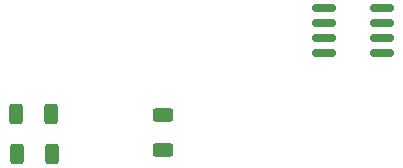
<source format=gbr>
%TF.GenerationSoftware,KiCad,Pcbnew,8.0.4*%
%TF.CreationDate,2024-11-13T12:07:51+05:30*%
%TF.ProjectId,cccccccc,63636363-6363-4636-932e-6b696361645f,rev?*%
%TF.SameCoordinates,Original*%
%TF.FileFunction,Paste,Top*%
%TF.FilePolarity,Positive*%
%FSLAX46Y46*%
G04 Gerber Fmt 4.6, Leading zero omitted, Abs format (unit mm)*
G04 Created by KiCad (PCBNEW 8.0.4) date 2024-11-13 12:07:51*
%MOMM*%
%LPD*%
G01*
G04 APERTURE LIST*
G04 Aperture macros list*
%AMRoundRect*
0 Rectangle with rounded corners*
0 $1 Rounding radius*
0 $2 $3 $4 $5 $6 $7 $8 $9 X,Y pos of 4 corners*
0 Add a 4 corners polygon primitive as box body*
4,1,4,$2,$3,$4,$5,$6,$7,$8,$9,$2,$3,0*
0 Add four circle primitives for the rounded corners*
1,1,$1+$1,$2,$3*
1,1,$1+$1,$4,$5*
1,1,$1+$1,$6,$7*
1,1,$1+$1,$8,$9*
0 Add four rect primitives between the rounded corners*
20,1,$1+$1,$2,$3,$4,$5,0*
20,1,$1+$1,$4,$5,$6,$7,0*
20,1,$1+$1,$6,$7,$8,$9,0*
20,1,$1+$1,$8,$9,$2,$3,0*%
G04 Aperture macros list end*
%ADD10RoundRect,0.250000X-0.312500X-0.625000X0.312500X-0.625000X0.312500X0.625000X-0.312500X0.625000X0*%
%ADD11RoundRect,0.150000X-0.825000X-0.150000X0.825000X-0.150000X0.825000X0.150000X-0.825000X0.150000X0*%
%ADD12RoundRect,0.250000X0.625000X-0.312500X0.625000X0.312500X-0.625000X0.312500X-0.625000X-0.312500X0*%
G04 APERTURE END LIST*
D10*
%TO.C,R2*%
X135910000Y-76070000D03*
X138835000Y-76070000D03*
%TD*%
D11*
%TO.C,U2*%
X161885000Y-63720000D03*
X161885000Y-64990000D03*
X161885000Y-66260000D03*
X161885000Y-67530000D03*
X166835000Y-67530000D03*
X166835000Y-66260000D03*
X166835000Y-64990000D03*
X166835000Y-63720000D03*
%TD*%
D10*
%TO.C,R1*%
X135840000Y-72700000D03*
X138765000Y-72700000D03*
%TD*%
D12*
%TO.C,R3*%
X148292500Y-75762500D03*
X148292500Y-72837500D03*
%TD*%
M02*

</source>
